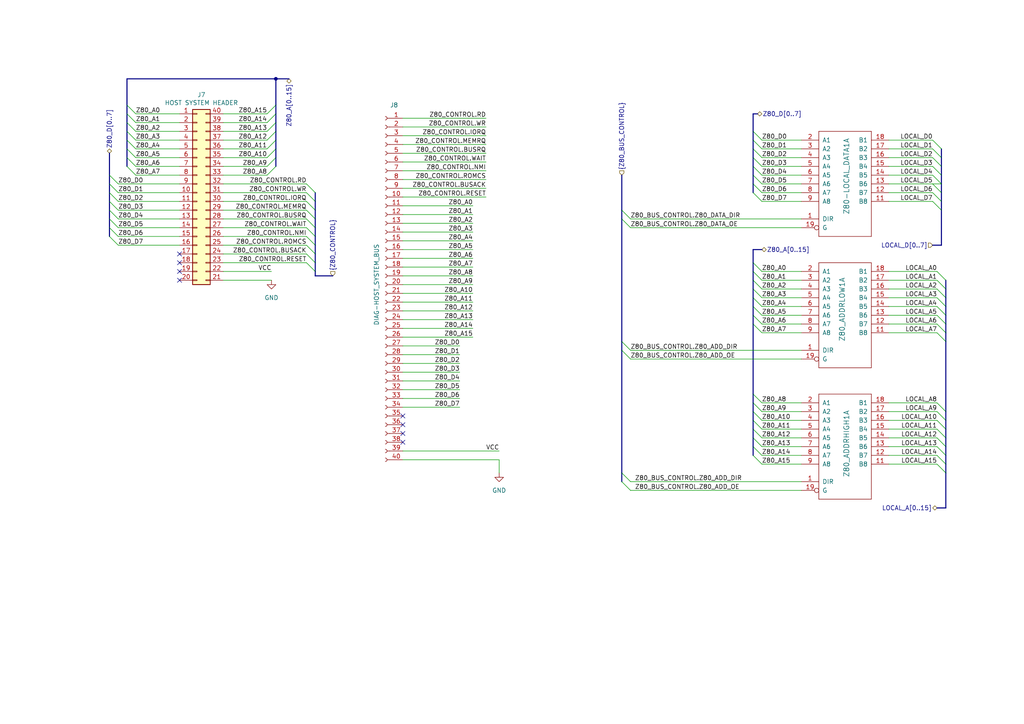
<source format=kicad_sch>
(kicad_sch (version 20230121) (generator eeschema)
  (paper "A4")
  (title_block (title "FujiNet Z80Bus reference design") (date "2023-05-13") (rev "0.1") (company "FujiNet"))
  (lib_symbols
    (symbol "Connector_Generic:Conn_02x20_Counter_Clockwise" (pin_names (offset 1.016) hide)
      (property "Reference" "J" (at 1.27 25.4 0))
      (property "Value" "Conn_02x20_Counter_Clockwise" (at 1.27 -27.94 0))
      (symbol "Conn_02x20_Counter_Clockwise_1_1"
        (rectangle (start -1.27 -25.273) (end 0 -25.527) (stroke (width 0.1524)))
        (rectangle (start -1.27 -22.733) (end 0 -22.987) (stroke (width 0.1524)))
        (rectangle (start -1.27 -20.193) (end 0 -20.447) (stroke (width 0.1524)))
        (rectangle (start -1.27 -17.653) (end 0 -17.907) (stroke (width 0.1524)))
        (rectangle (start -1.27 -15.113) (end 0 -15.367) (stroke (width 0.1524)))
        (rectangle (start -1.27 -12.573) (end 0 -12.827) (stroke (width 0.1524)))
        (rectangle (start -1.27 -10.033) (end 0 -10.287) (stroke (width 0.1524)))
        (rectangle (start -1.27 -7.493) (end 0 -7.747) (stroke (width 0.1524)))
        (rectangle (start -1.27 -4.953) (end 0 -5.207) (stroke (width 0.1524)))
        (rectangle (start -1.27 -2.413) (end 0 -2.667) (stroke (width 0.1524)))
        (rectangle (start -1.27 0.127) (end 0 -0.127) (stroke (width 0.1524)))
        (rectangle (start -1.27 2.667) (end 0 2.413) (stroke (width 0.1524)))
        (rectangle (start -1.27 5.207) (end 0 4.953) (stroke (width 0.1524)))
        (rectangle (start -1.27 7.747) (end 0 7.493) (stroke (width 0.1524)))
        (rectangle (start -1.27 10.287) (end 0 10.033) (stroke (width 0.1524)))
        (rectangle (start -1.27 12.827) (end 0 12.573) (stroke (width 0.1524)))
        (rectangle (start -1.27 15.367) (end 0 15.113) (stroke (width 0.1524)))
        (rectangle (start -1.27 17.907) (end 0 17.653) (stroke (width 0.1524)))
        (rectangle (start -1.27 20.447) (end 0 20.193) (stroke (width 0.1524)))
        (rectangle (start -1.27 22.987) (end 0 22.733) (stroke (width 0.1524)))
        (rectangle (start -1.27 24.13) (end 3.81 -26.67) (stroke (width 0.254)) (fill (type background)))
        (rectangle (start 3.81 -25.273) (end 2.54 -25.527) (stroke (width 0.1524)))
        (rectangle (start 3.81 -22.733) (end 2.54 -22.987) (stroke (width 0.1524)))
        (rectangle (start 3.81 -20.193) (end 2.54 -20.447) (stroke (width 0.1524)))
        (rectangle (start 3.81 -17.653) (end 2.54 -17.907) (stroke (width 0.1524)))
        (rectangle (start 3.81 -15.113) (end 2.54 -15.367) (stroke (width 0.1524)))
        (rectangle (start 3.81 -12.573) (end 2.54 -12.827) (stroke (width 0.1524)))
        (rectangle (start 3.81 -10.033) (end 2.54 -10.287) (stroke (width 0.1524)))
        (rectangle (start 3.81 -7.493) (end 2.54 -7.747) (stroke (width 0.1524)))
        (rectangle (start 3.81 -4.953) (end 2.54 -5.207) (stroke (width 0.1524)))
        (rectangle (start 3.81 -2.413) (end 2.54 -2.667) (stroke (width 0.1524)))
        (rectangle (start 3.81 0.127) (end 2.54 -0.127) (stroke (width 0.1524)))
        (rectangle (start 3.81 2.667) (end 2.54 2.413) (stroke (width 0.1524)))
        (rectangle (start 3.81 5.207) (end 2.54 4.953) (stroke (width 0.1524)))
        (rectangle (start 3.81 7.747) (end 2.54 7.493) (stroke (width 0.1524)))
        (rectangle (start 3.81 10.287) (end 2.54 10.033) (stroke (width 0.1524)))
        (rectangle (start 3.81 12.827) (end 2.54 12.573) (stroke (width 0.1524)))
        (rectangle (start 3.81 15.367) (end 2.54 15.113) (stroke (width 0.1524)))
        (rectangle (start 3.81 17.907) (end 2.54 17.653) (stroke (width 0.1524)))
        (rectangle (start 3.81 20.447) (end 2.54 20.193) (stroke (width 0.1524)))
        (rectangle (start 3.81 22.987) (end 2.54 22.733) (stroke (width 0.1524)))
        (pin passive line (at -5.08 22.86 0) (length 3.81) (name "Pin_1") (number "1"))
        (pin passive line (at -5.08 0 0) (length 3.81) (name "Pin_10") (number "10"))
        (pin passive line (at -5.08 -2.54 0) (length 3.81) (name "Pin_11") (number "11"))
        (pin passive line (at -5.08 -5.08 0) (length 3.81) (name "Pin_12") (number "12"))
        (pin passive line (at -5.08 -7.62 0) (length 3.81) (name "Pin_13") (number "13"))
        (pin passive line (at -5.08 -10.16 0) (length 3.81) (name "Pin_14") (number "14"))
        (pin passive line (at -5.08 -12.7 0) (length 3.81) (name "Pin_15") (number "15"))
        (pin passive line (at -5.08 -15.24 0) (length 3.81) (name "Pin_16") (number "16"))
        (pin passive line (at -5.08 -17.78 0) (length 3.81) (name "Pin_17") (number "17"))
        (pin passive line (at -5.08 -20.32 0) (length 3.81) (name "Pin_18") (number "18"))
        (pin passive line (at -5.08 -22.86 0) (length 3.81) (name "Pin_19") (number "19"))
        (pin passive line (at -5.08 20.32 0) (length 3.81) (name "Pin_2") (number "2"))
        (pin passive line (at -5.08 -25.4 0) (length 3.81) (name "Pin_20") (number "20"))
        (pin passive line (at 7.62 -25.4 180) (length 3.81) (name "Pin_21") (number "21"))
        (pin passive line (at 7.62 -22.86 180) (length 3.81) (name "Pin_22") (number "22"))
        (pin passive line (at 7.62 -20.32 180) (length 3.81) (name "Pin_23") (number "23"))
        (pin passive line (at 7.62 -17.78 180) (length 3.81) (name "Pin_24") (number "24"))
        (pin passive line (at 7.62 -15.24 180) (length 3.81) (name "Pin_25") (number "25"))
        (pin passive line (at 7.62 -12.7 180) (length 3.81) (name "Pin_26") (number "26"))
        (pin passive line (at 7.62 -10.16 180) (length 3.81) (name "Pin_27") (number "27"))
        (pin passive line (at 7.62 -7.62 180) (length 3.81) (name "Pin_28") (number "28"))
        (pin passive line (at 7.62 -5.08 180) (length 3.81) (name "Pin_29") (number "29"))
        (pin passive line (at -5.08 17.78 0) (length 3.81) (name "Pin_3") (number "3"))
        (pin passive line (at 7.62 -2.54 180) (length 3.81) (name "Pin_30") (number "30"))
        (pin passive line (at 7.62 0 180) (length 3.81) (name "Pin_31") (number "31"))
        (pin passive line (at 7.62 2.54 180) (length 3.81) (name "Pin_32") (number "32"))
        (pin passive line (at 7.62 5.08 180) (length 3.81) (name "Pin_33") (number "33"))
        (pin passive line (at 7.62 7.62 180) (length 3.81) (name "Pin_34") (number "34"))
        (pin passive line (at 7.62 10.16 180) (length 3.81) (name "Pin_35") (number "35"))
        (pin passive line (at 7.62 12.7 180) (length 3.81) (name "Pin_36") (number "36"))
        (pin passive line (at 7.62 15.24 180) (length 3.81) (name "Pin_37") (number "37"))
        (pin passive line (at 7.62 17.78 180) (length 3.81) (name "Pin_38") (number "38"))
        (pin passive line (at 7.62 20.32 180) (length 3.81) (name "Pin_39") (number "39"))
        (pin passive line (at -5.08 15.24 0) (length 3.81) (name "Pin_4") (number "4"))
        (pin passive line (at 7.62 22.86 180) (length 3.81) (name "Pin_40") (number "40"))
        (pin passive line (at -5.08 12.7 0) (length 3.81) (name "Pin_5") (number "5"))
        (pin passive line (at -5.08 10.16 0) (length 3.81) (name "Pin_6") (number "6"))
        (pin passive line (at -5.08 7.62 0) (length 3.81) (name "Pin_7") (number "7"))
        (pin passive line (at -5.08 5.08 0) (length 3.81) (name "Pin_8") (number "8"))
        (pin passive line (at -5.08 2.54 0) (length 3.81) (name "Pin_9") (number "9"))
      )
    )
    (symbol "FujiNet_Z80Bus_Reference-rescue:74245N-Z80Decoder-eagle-import" (pin_names (offset 1.016))
      (property "Reference" "IC" (at -0.635 -0.635 0))
      (symbol "74245N-Z80Decoder-eagle-import_1_0"
        (polyline (pts (xy -7.62 -15.24) (xy 7.62 -15.24)))
        (polyline (pts (xy -7.62 15.24) (xy -7.62 -15.24)))
        (polyline (pts (xy 7.62 -15.24) (xy 7.62 15.24)))
        (polyline (pts (xy 7.62 15.24) (xy -7.62 15.24)))
        (pin input line (at -12.7 -10.16 0) (length 5.08) (name "DIR") (number "1"))
        (pin bidirectional line (at 12.7 -5.08 180) (length 5.08) (name "B8") (number "11"))
        (pin bidirectional line (at 12.7 -2.54 180) (length 5.08) (name "B7") (number "12"))
        (pin bidirectional line (at 12.7 0 180) (length 5.08) (name "B6") (number "13"))
        (pin bidirectional line (at 12.7 2.54 180) (length 5.08) (name "B5") (number "14"))
        (pin bidirectional line (at 12.7 5.08 180) (length 5.08) (name "B4") (number "15"))
        (pin bidirectional line (at 12.7 7.62 180) (length 5.08) (name "B3") (number "16"))
        (pin bidirectional line (at 12.7 10.16 180) (length 5.08) (name "B2") (number "17"))
        (pin bidirectional line (at 12.7 12.7 180) (length 5.08) (name "B1") (number "18"))
        (pin input inverted (at -12.7 -12.7 0) (length 5.08) (name "G") (number "19"))
        (pin bidirectional line (at -12.7 12.7 0) (length 5.08) (name "A1") (number "2"))
        (pin bidirectional line (at -12.7 10.16 0) (length 5.08) (name "A2") (number "3"))
        (pin bidirectional line (at -12.7 7.62 0) (length 5.08) (name "A3") (number "4"))
        (pin bidirectional line (at -12.7 5.08 0) (length 5.08) (name "A4") (number "5"))
        (pin bidirectional line (at -12.7 2.54 0) (length 5.08) (name "A5") (number "6"))
        (pin bidirectional line (at -12.7 0 0) (length 5.08) (name "A6") (number "7"))
        (pin bidirectional line (at -12.7 -2.54 0) (length 5.08) (name "A7") (number "8"))
        (pin bidirectional line (at -12.7 -5.08 0) (length 5.08) (name "A8") (number "9"))
      )
      (symbol "74245N-Z80Decoder-eagle-import_2_0"
        (text "GND" (at 1.905 -5.842 900) (effects (font (size 1.0668 1.0668)) (justify left bottom)))
        (text "VCC" (at 1.905 2.54 900) (effects (font (size 1.0668 1.0668)) (justify left bottom)))
        (pin power_in line (at 0 -7.62 90) (length 5.08) (name "GND") (number "10"))
        (pin power_in line (at 0 7.62 270) (length 5.08) (name "VCC") (number "20"))
      )
    )
    (symbol "FujiNet_Z80Bus_Reference-rescue:Conn_01x40_Female-Connector" (pin_names (offset 1.016) hide)
      (property "Reference" "J" (at 0 50.8 0))
      (property "Value" "Connector_Conn_01x40_Female" (at 0 -53.34 0))
      (symbol "Conn_01x40_Female-Connector_1_1"
        (arc (start 0 -50.292) (mid -0.5058 -50.8) (end 0 -51.308) (stroke (width 0.1524)))
        (arc (start 0 -47.752) (mid -0.5058 -48.26) (end 0 -48.768) (stroke (width 0.1524)))
        (arc (start 0 -45.212) (mid -0.5058 -45.72) (end 0 -46.228) (stroke (width 0.1524)))
        (arc (start 0 -42.672) (mid -0.5058 -43.18) (end 0 -43.688) (stroke (width 0.1524)))
        (arc (start 0 -40.132) (mid -0.5058 -40.64) (end 0 -41.148) (stroke (width 0.1524)))
        (arc (start 0 -37.592) (mid -0.5058 -38.1) (end 0 -38.608) (stroke (width 0.1524)))
        (arc (start 0 -35.052) (mid -0.5058 -35.56) (end 0 -36.068) (stroke (width 0.1524)))
        (arc (start 0 -32.512) (mid -0.5058 -33.02) (end 0 -33.528) (stroke (width 0.1524)))
        (arc (start 0 -29.972) (mid -0.5058 -30.48) (end 0 -30.988) (stroke (width 0.1524)))
        (arc (start 0 -27.432) (mid -0.5058 -27.94) (end 0 -28.448) (stroke (width 0.1524)))
        (arc (start 0 -24.892) (mid -0.5058 -25.4) (end 0 -25.908) (stroke (width 0.1524)))
        (arc (start 0 -22.352) (mid -0.5058 -22.86) (end 0 -23.368) (stroke (width 0.1524)))
        (arc (start 0 -19.812) (mid -0.5058 -20.32) (end 0 -20.828) (stroke (width 0.1524)))
        (arc (start 0 -17.272) (mid -0.5058 -17.78) (end 0 -18.288) (stroke (width 0.1524)))
        (arc (start 0 -14.732) (mid -0.5058 -15.24) (end 0 -15.748) (stroke (width 0.1524)))
        (arc (start 0 -12.192) (mid -0.5058 -12.7) (end 0 -13.208) (stroke (width 0.1524)))
        (arc (start 0 -9.652) (mid -0.5058 -10.16) (end 0 -10.668) (stroke (width 0.1524)))
        (arc (start 0 -7.112) (mid -0.5058 -7.62) (end 0 -8.128) (stroke (width 0.1524)))
        (arc (start 0 -4.572) (mid -0.5058 -5.08) (end 0 -5.588) (stroke (width 0.1524)))
        (arc (start 0 -2.032) (mid -0.5058 -2.54) (end 0 -3.048) (stroke (width 0.1524)))
        (polyline (pts (xy -1.27 -50.8) (xy -0.508 -50.8)) (stroke (width 0.1524)))
        (polyline (pts (xy -1.27 -48.26) (xy -0.508 -48.26)) (stroke (width 0.1524)))
        (polyline (pts (xy -1.27 -45.72) (xy -0.508 -45.72)) (stroke (width 0.1524)))
        (polyline (pts (xy -1.27 -43.18) (xy -0.508 -43.18)) (stroke (width 0.1524)))
        (polyline (pts (xy -1.27 -40.64) (xy -0.508 -40.64)) (stroke (width 0.1524)))
        (polyline (pts (xy -1.27 -38.1) (xy -0.508 -38.1)) (stroke (width 0.1524)))
        (polyline (pts (xy -1.27 -35.56) (xy -0.508 -35.56)) (stroke (width 0.1524)))
        (polyline (pts (xy -1.27 -33.02) (xy -0.508 -33.02)) (stroke (width 0.1524)))
        (polyline (pts (xy -1.27 -30.48) (xy -0.508 -30.48)) (stroke (width 0.1524)))
        (polyline (pts (xy -1.27 -27.94) (xy -0.508 -27.94)) (stroke (width 0.1524)))
        (polyline (pts (xy -1.27 -25.4) (xy -0.508 -25.4)) (stroke (width 0.1524)))
        (polyline (pts (xy -1.27 -22.86) (xy -0.508 -22.86)) (stroke (width 0.1524)))
        (polyline (pts (xy -1.27 -20.32) (xy -0.508 -20.32)) (stroke (width 0.1524)))
        (polyline (pts (xy -1.27 -17.78) (xy -0.508 -17.78)) (stroke (width 0.1524)))
        (polyline (pts (xy -1.27 -15.24) (xy -0.508 -15.24)) (stroke (width 0.1524)))
        (polyline (pts (xy -1.27 -12.7) (xy -0.508 -12.7)) (stroke (width 0.1524)))
        (polyline (pts (xy -1.27 -10.16) (xy -0.508 -10.16)) (stroke (width 0.1524)))
        (polyline (pts (xy -1.27 -7.62) (xy -0.508 -7.62)) (stroke (width 0.1524)))
        (polyline (pts (xy -1.27 -5.08) (xy -0.508 -5.08)) (stroke (width 0.1524)))
        (polyline (pts (xy -1.27 -2.54) (xy -0.508 -2.54)) (stroke (width 0.1524)))
        (polyline (pts (xy -1.27 0) (xy -0.508 0)) (stroke (width 0.1524)))
        (polyline (pts (xy -1.27 2.54) (xy -0.508 2.54)) (stroke (width 0.1524)))
        (polyline (pts (xy -1.27 5.08) (xy -0.508 5.08)) (stroke (width 0.1524)))
        (polyline (pts (xy -1.27 7.62) (xy -0.508 7.62)) (stroke (width 0.1524)))
        (polyline (pts (xy -1.27 10.16) (xy -0.508 10.16)) (stroke (width 0.1524)))
        (polyline (pts (xy -1.27 12.7) (xy -0.508 12.7)) (stroke (width 0.1524)))
        (polyline (pts (xy -1.27 15.24) (xy -0.508 15.24)) (stroke (width 0.1524)))
        (polyline (pts (xy -1.27 17.78) (xy -0.508 17.78)) (stroke (width 0.1524)))
        (polyline (pts (xy -1.27 20.32) (xy -0.508 20.32)) (stroke (width 0.1524)))
        (polyline (pts (xy -1.27 22.86) (xy -0.508 22.86)) (stroke (width 0.1524)))
        (polyline (pts (xy -1.27 25.4) (xy -0.508 25.4)) (stroke (width 0.1524)))
        (polyline (pts (xy -1.27 27.94) (xy -0.508 27.94)) (stroke (width 0.1524)))
        (polyline (pts (xy -1.27 30.48) (xy -0.508 30.48)) (stroke (width 0.1524)))
        (polyline (pts (xy -1.27 33.02) (xy -0.508 33.02)) (stroke (width 0.1524)))
        (polyline (pts (xy -1.27 35.56) (xy -0.508 35.56)) (stroke (width 0.1524)))
        (polyline (pts (xy -1.27 38.1) (xy -0.508 38.1)) (stroke (width 0.1524)))
        (polyline (pts (xy -1.27 40.64) (xy -0.508 40.64)) (stroke (width 0.1524)))
        (polyline (pts (xy -1.27 43.18) (xy -0.508 43.18)) (stroke (width 0.1524)))
        (polyline (pts (xy -1.27 45.72) (xy -0.508 45.72)) (stroke (width 0.1524)))
        (polyline (pts (xy -1.27 48.26) (xy -0.508 48.26)) (stroke (width 0.1524)))
        (arc (start 0 0.508) (mid -0.5058 0) (end 0 -0.508) (stroke (width 0.1524)))
        (arc (start 0 3.048) (mid -0.5058 2.54) (end 0 2.032) (stroke (width 0.1524)))
        (arc (start 0 5.588) (mid -0.5058 5.08) (end 0 4.572) (stroke (width 0.1524)))
        (arc (start 0 8.128) (mid -0.5058 7.62) (end 0 7.112) (stroke (width 0.1524)))
        (arc (start 0 10.668) (mid -0.5058 10.16) (end 0 9.652) (stroke (width 0.1524)))
        (arc (start 0 13.208) (mid -0.5058 12.7) (end 0 12.192) (stroke (width 0.1524)))
        (arc (start 0 15.748) (mid -0.5058 15.24) (end 0 14.732) (stroke (width 0.1524)))
        (arc (start 0 18.288) (mid -0.5058 17.78) (end 0 17.272) (stroke (width 0.1524)))
        (arc (start 0 20.828) (mid -0.5058 20.32) (end 0 19.812) (stroke (width 0.1524)))
        (arc (start 0 23.368) (mid -0.5058 22.86) (end 0 22.352) (stroke (width 0.1524)))
        (arc (start 0 25.908) (mid -0.5058 25.4) (end 0 24.892) (stroke (width 0.1524)))
        (arc (start 0 28.448) (mid -0.5058 27.94) (end 0 27.432) (stroke (width 0.1524)))
        (arc (start 0 30.988) (mid -0.5058 30.48) (end 0 29.972) (stroke (width 0.1524)))
        (arc (start 0 33.528) (mid -0.5058 33.02) (end 0 32.512) (stroke (width 0.1524)))
        (arc (start 0 36.068) (mid -0.5058 35.56) (end 0 35.052) (stroke (width 0.1524)))
        (arc (start 0 38.608) (mid -0.5058 38.1) (end 0 37.592) (stroke (width 0.1524)))
        (arc (start 0 41.148) (mid -0.5058 40.64) (end 0 40.132) (stroke (width 0.1524)))
        (arc (start 0 43.688) (mid -0.5058 43.18) (end 0 42.672) (stroke (width 0.1524)))
        (arc (start 0 46.228) (mid -0.5058 45.72) (end 0 45.212) (stroke (width 0.1524)))
        (arc (start 0 48.768) (mid -0.5058 48.26) (end 0 47.752) (stroke (width 0.1524)))
        (pin passive line (at -5.08 48.26 0) (length 3.81) (name "Pin_1") (number "1"))
        (pin passive line (at -5.08 25.4 0) (length 3.81) (name "Pin_10") (number "10"))
        (pin passive line (at -5.08 22.86 0) (length 3.81) (name "Pin_11") (number "11"))
        (pin passive line (at -5.08 20.32 0) (length 3.81) (name "Pin_12") (number "12"))
        (pin passive line (at -5.08 17.78 0) (length 3.81) (name "Pin_13") (number "13"))
        (pin passive line (at -5.08 15.24 0) (length 3.81) (name "Pin_14") (number "14"))
        (pin passive line (at -5.08 12.7 0) (length 3.81) (name "Pin_15") (number "15"))
        (pin passive line (at -5.08 10.16 0) (length 3.81) (name "Pin_16") (number "16"))
        (pin passive line (at -5.08 7.62 0) (length 3.81) (name "Pin_17") (number "17"))
        (pin passive line (at -5.08 5.08 0) (length 3.81) (name "Pin_18") (number "18"))
        (pin passive line (at -5.08 2.54 0) (length 3.81) (name "Pin_19") (number "19"))
        (pin passive line (at -5.08 45.72 0) (length 3.81) (name "Pin_2") (number "2"))
        (pin passive line (at -5.08 0 0) (length 3.81) (name "Pin_20") (number "20"))
        (pin passive line (at -5.08 -2.54 0) (length 3.81) (name "Pin_21") (number "21"))
        (pin passive line (at -5.08 -5.08 0) (length 3.81) (name "Pin_22") (number "22"))
        (pin passive line (at -5.08 -7.62 0) (length 3.81) (name "Pin_23") (number "23"))
        (pin passive line (at -5.08 -10.16 0) (length 3.81) (name "Pin_24") (number "24"))
        (pin passive line (at -5.08 -12.7 0) (length 3.81) (name "Pin_25") (number "25"))
        (pin passive line (at -5.08 -15.24 0) (length 3.81) (name "Pin_26") (number "26"))
        (pin passive line (at -5.08 -17.78 0) (length 3.81) (name "Pin_27") (number "27"))
        (pin passive line (at -5.08 -20.32 0) (length 3.81) (name "Pin_28") (number "28"))
        (pin passive line (at -5.08 -22.86 0) (length 3.81) (name "Pin_29") (number "29"))
        (pin passive line (at -5.08 43.18 0) (length 3.81) (name "Pin_3") (number "3"))
        (pin passive line (at -5.08 -25.4 0) (length 3.81) (name "Pin_30") (number "30"))
        (pin passive line (at -5.08 -27.94 0) (length 3.81) (name "Pin_31") (number "31"))
        (pin passive line (at -5.08 -30.48 0) (length 3.81) (name "Pin_32") (number "32"))
        (pin passive line (at -5.08 -33.02 0) (length 3.81) (name "Pin_33") (number "33"))
        (pin passive line (at -5.08 -35.56 0) (length 3.81) (name "Pin_34") (number "34"))
        (pin passive line (at -5.08 -38.1 0) (length 3.81) (name "Pin_35") (number "35"))
        (pin passive line (at -5.08 -40.64 0) (length 3.81) (name "Pin_36") (number "36"))
        (pin passive line (at -5.08 -43.18 0) (length 3.81) (name "Pin_37") (number "37"))
        (pin passive line (at -5.08 -45.72 0) (length 3.81) (name "Pin_38") (number "38"))
        (pin passive line (at -5.08 -48.26 0) (length 3.81) (name "Pin_39") (number "39"))
        (pin passive line (at -5.08 40.64 0) (length 3.81) (name "Pin_4") (number "4"))
        (pin passive line (at -5.08 -50.8 0) (length 3.81) (name "Pin_40") (number "40"))
        (pin passive line (at -5.08 38.1 0) (length 3.81) (name "Pin_5") (number "5"))
        (pin passive line (at -5.08 35.56 0) (length 3.81) (name "Pin_6") (number "6"))
        (pin passive line (at -5.08 33.02 0) (length 3.81) (name "Pin_7") (number "7"))
        (pin passive line (at -5.08 30.48 0) (length 3.81) (name "Pin_8") (number "8"))
        (pin passive line (at -5.08 27.94 0) (length 3.81) (name "Pin_9") (number "9"))
      )
    )
    (symbol "power:GND" (power) (pin_names (offset 0))
      (property "Value" "GND" (at 0 -3.81 0))
      (symbol "GND_0_1"
        (polyline (pts (xy 0 0) (xy 0 -1.27) (xy 1.27 -1.27) (xy 0 -2.54) (xy -1.27 -1.27) (xy 0 -1.27)))
      )
      (symbol "GND_1_1"
        (pin power_in line (at 0 0 270) (length 0) hide (name "GND") (number "1"))
      )
    )
  )
  (bus_alias "Z80_BUS_CONTROL" (members "Z80_BUS_CONTROL.Z80_DATA_DIR" "Z80_BUS_CONTROL.Z80_DATA_OE" "Z80_BUS_CONTROL.Z80_ADD_DIR" "Z80_BUS_CONTROL.Z80_ADD_OE"))
  (junction (at 80.01 22.86))
  (no_connect (at 116.84 120.65))
  (no_connect (at 52.07 78.74))
  (no_connect (at 116.84 128.27))
  (no_connect (at 52.07 73.66))
  (no_connect (at 116.84 123.19))
  (no_connect (at 52.07 76.2))
  (no_connect (at 116.84 125.73))
  (no_connect (at 52.07 81.28))
  (bus_entry (at 270.51 45.72) (size 2.54 2.54))
  (bus_entry (at 271.78 88.9) (size 2.54 2.54))
  (bus_entry (at 31.75 53.34) (size 2.54 2.54))
  (bus_entry (at 80.01 40.64) (size -2.54 2.54))
  (bus_entry (at 80.01 35.56) (size -2.54 2.54))
  (bus_entry (at 88.9 66.04) (size 2.54 2.54))
  (bus_entry (at 218.44 43.18) (size 2.54 2.54))
  (bus_entry (at 218.44 91.44) (size 2.54 2.54))
  (bus_entry (at 270.51 40.64) (size 2.54 2.54))
  (bus_entry (at 88.9 55.88) (size 2.54 2.54))
  (bus_entry (at 218.44 40.64) (size 2.54 2.54))
  (bus_entry (at 31.75 58.42) (size 2.54 2.54))
  (bus_entry (at 271.78 86.36) (size 2.54 2.54))
  (bus_entry (at 36.83 38.1) (size 2.54 2.54))
  (bus_entry (at 271.78 83.82) (size 2.54 2.54))
  (bus_entry (at 80.01 30.48) (size -2.54 2.54))
  (bus_entry (at 36.83 30.48) (size 2.54 2.54))
  (bus_entry (at 180.34 101.6) (size 2.54 2.54))
  (bus_entry (at 88.9 68.58) (size 2.54 2.54))
  (bus_entry (at 34.29 66.04) (size -2.54 -2.54))
  (bus_entry (at 218.44 93.98) (size 2.54 2.54))
  (bus_entry (at 180.34 139.7) (size 2.54 2.54))
  (bus_entry (at 218.44 81.28) (size 2.54 2.54))
  (bus_entry (at 80.01 38.1) (size -2.54 2.54))
  (bus_entry (at 271.78 78.74) (size 2.54 2.54))
  (bus_entry (at 80.01 43.18) (size -2.54 2.54))
  (bus_entry (at 270.51 48.26) (size 2.54 2.54))
  (bus_entry (at 271.78 91.44) (size 2.54 2.54))
  (bus_entry (at 271.78 96.52) (size 2.54 2.54))
  (bus_entry (at 271.78 129.54) (size 2.54 2.54))
  (bus_entry (at 271.78 93.98) (size 2.54 2.54))
  (bus_entry (at 218.44 55.88) (size 2.54 2.54))
  (bus_entry (at 88.9 63.5) (size 2.54 2.54))
  (bus_entry (at 218.44 83.82) (size 2.54 2.54))
  (bus_entry (at 218.44 119.38) (size 2.54 2.54))
  (bus_entry (at 271.78 81.28) (size 2.54 2.54))
  (bus_entry (at 270.51 50.8) (size 2.54 2.54))
  (bus_entry (at 88.9 76.2) (size 2.54 2.54))
  (bus_entry (at 270.51 43.18) (size 2.54 2.54))
  (bus_entry (at 270.51 53.34) (size 2.54 2.54))
  (bus_entry (at 271.78 134.62) (size 2.54 2.54))
  (bus_entry (at 36.83 33.02) (size 2.54 2.54))
  (bus_entry (at 36.83 43.18) (size 2.54 2.54))
  (bus_entry (at 218.44 127) (size 2.54 2.54))
  (bus_entry (at 218.44 132.08) (size 2.54 2.54))
  (bus_entry (at 271.78 132.08) (size 2.54 2.54))
  (bus_entry (at 31.75 68.58) (size 2.54 2.54))
  (bus_entry (at 88.9 71.12) (size 2.54 2.54))
  (bus_entry (at 218.44 88.9) (size 2.54 2.54))
  (bus_entry (at 270.51 58.42) (size 2.54 2.54))
  (bus_entry (at 88.9 60.96) (size 2.54 2.54))
  (bus_entry (at 218.44 86.36) (size 2.54 2.54))
  (bus_entry (at 218.44 48.26) (size 2.54 2.54))
  (bus_entry (at 218.44 116.84) (size 2.54 2.54))
  (bus_entry (at 31.75 66.04) (size 2.54 2.54))
  (bus_entry (at 36.83 35.56) (size 2.54 2.54))
  (bus_entry (at 218.44 50.8) (size 2.54 2.54))
  (bus_entry (at 180.34 63.5) (size 2.54 2.54))
  (bus_entry (at 218.44 76.2) (size 2.54 2.54))
  (bus_entry (at 271.78 119.38) (size 2.54 2.54))
  (bus_entry (at 180.34 99.06) (size 2.54 2.54))
  (bus_entry (at 34.29 53.34) (size -2.54 -2.54))
  (bus_entry (at 271.78 127) (size 2.54 2.54))
  (bus_entry (at 88.9 53.34) (size 2.54 2.54))
  (bus_entry (at 271.78 121.92) (size 2.54 2.54))
  (bus_entry (at 270.51 55.88) (size 2.54 2.54))
  (bus_entry (at 80.01 45.72) (size -2.54 2.54))
  (bus_entry (at 218.44 121.92) (size 2.54 2.54))
  (bus_entry (at 218.44 45.72) (size 2.54 2.54))
  (bus_entry (at 80.01 48.26) (size -2.54 2.54))
  (bus_entry (at 180.34 60.96) (size 2.54 2.54))
  (bus_entry (at 80.01 33.02) (size -2.54 2.54))
  (bus_entry (at 218.44 129.54) (size 2.54 2.54))
  (bus_entry (at 36.83 48.26) (size 2.54 2.54))
  (bus_entry (at 218.44 38.1) (size 2.54 2.54))
  (bus_entry (at 218.44 53.34) (size 2.54 2.54))
  (bus_entry (at 36.83 45.72) (size 2.54 2.54))
  (bus_entry (at 36.83 40.64) (size 2.54 2.54))
  (bus_entry (at 180.34 137.16) (size 2.54 2.54))
  (bus_entry (at 218.44 124.46) (size 2.54 2.54))
  (bus_entry (at 88.9 73.66) (size 2.54 2.54))
  (bus_entry (at 34.29 63.5) (size -2.54 -2.54))
  (bus_entry (at 218.44 114.3) (size 2.54 2.54))
  (bus_entry (at 34.29 58.42) (size -2.54 -2.54))
  (bus_entry (at 271.78 116.84) (size 2.54 2.54))
  (bus_entry (at 88.9 58.42) (size 2.54 2.54))
  (bus_entry (at 271.78 124.46) (size 2.54 2.54))
  (bus_entry (at 218.44 78.74) (size 2.54 2.54))
  (wire (pts (xy 116.84 52.07) (xy 140.97 52.07)))
  (wire (pts (xy 257.81 91.44) (xy 271.78 91.44)))
  (wire (pts (xy 116.84 69.85) (xy 137.16 69.85)))
  (wire (pts (xy 116.84 105.41) (xy 133.35 105.41)))
  (bus (pts (xy 273.05 45.72) (xy 273.05 48.26)))
  (bus (pts (xy 218.44 76.2) (xy 218.44 78.74)))
  (bus (pts (xy 80.01 30.48) (xy 80.01 33.02)))
  (wire (pts (xy 257.81 58.42) (xy 270.51 58.42)))
  (bus (pts (xy 91.44 58.42) (xy 91.44 60.96)))
  (wire (pts (xy 257.81 121.92) (xy 271.78 121.92)))
  (bus (pts (xy 180.34 50.8) (xy 180.34 60.96)))
  (wire (pts (xy 88.9 55.88) (xy 64.77 55.88)))
  (wire (pts (xy 116.84 118.11) (xy 133.35 118.11)))
  (wire (pts (xy 232.41 43.18) (xy 220.98 43.18)))
  (wire (pts (xy 39.37 35.56) (xy 52.07 35.56)))
  (wire (pts (xy 232.41 45.72) (xy 220.98 45.72)))
  (bus (pts (xy 180.34 99.06) (xy 180.34 101.6)))
  (wire (pts (xy 257.81 129.54) (xy 271.78 129.54)))
  (wire (pts (xy 116.84 54.61) (xy 140.97 54.61)))
  (wire (pts (xy 182.88 104.14) (xy 232.41 104.14)))
  (wire (pts (xy 88.9 63.5) (xy 64.77 63.5)))
  (wire (pts (xy 116.84 92.71) (xy 137.16 92.71)))
  (wire (pts (xy 257.81 116.84) (xy 271.78 116.84)))
  (bus (pts (xy 274.32 96.52) (xy 274.32 99.06)))
  (bus (pts (xy 273.05 60.96) (xy 273.05 71.12)))
  (bus (pts (xy 91.44 68.58) (xy 91.44 71.12)))
  (wire (pts (xy 232.41 78.74) (xy 220.98 78.74)))
  (bus (pts (xy 218.44 43.18) (xy 218.44 45.72)))
  (wire (pts (xy 78.74 78.74) (xy 64.77 78.74)))
  (wire (pts (xy 52.07 43.18) (xy 39.37 43.18)))
  (bus (pts (xy 31.75 50.8) (xy 31.75 53.34)))
  (bus (pts (xy 274.32 83.82) (xy 274.32 86.36)))
  (wire (pts (xy 232.41 129.54) (xy 220.98 129.54)))
  (bus (pts (xy 274.32 147.32) (xy 271.78 147.32)))
  (bus (pts (xy 91.44 60.96) (xy 91.44 63.5)))
  (wire (pts (xy 257.81 127) (xy 271.78 127)))
  (bus (pts (xy 31.75 66.04) (xy 31.75 68.58)))
  (bus (pts (xy 180.34 137.16) (xy 180.34 139.7)))
  (bus (pts (xy 218.44 88.9) (xy 218.44 91.44)))
  (bus (pts (xy 218.44 129.54) (xy 218.44 132.08)))
  (wire (pts (xy 116.84 107.95) (xy 133.35 107.95)))
  (wire (pts (xy 232.41 127) (xy 220.98 127)))
  (wire (pts (xy 52.07 50.8) (xy 39.37 50.8)))
  (wire (pts (xy 116.84 87.63) (xy 137.16 87.63)))
  (wire (pts (xy 116.84 62.23) (xy 137.16 62.23)))
  (bus (pts (xy 36.83 40.64) (xy 36.83 43.18)))
  (bus (pts (xy 36.83 38.1) (xy 36.83 40.64)))
  (wire (pts (xy 78.74 81.28) (xy 64.77 81.28)))
  (bus (pts (xy 80.01 43.18) (xy 80.01 45.72)))
  (bus (pts (xy 36.83 43.18) (xy 36.83 45.72)))
  (bus (pts (xy 80.01 22.86) (xy 80.01 30.48)))
  (bus (pts (xy 31.75 60.96) (xy 31.75 63.5)))
  (bus (pts (xy 274.32 121.92) (xy 274.32 124.46)))
  (bus (pts (xy 273.05 58.42) (xy 273.05 60.96)))
  (bus (pts (xy 274.32 134.62) (xy 274.32 137.16)))
  (wire (pts (xy 116.84 113.03) (xy 133.35 113.03)))
  (bus (pts (xy 36.83 33.02) (xy 36.83 35.56)))
  (wire (pts (xy 88.9 76.2) (xy 64.77 76.2)))
  (bus (pts (xy 91.44 78.74) (xy 91.44 80.01)))
  (wire (pts (xy 64.77 33.02) (xy 77.47 33.02)))
  (wire (pts (xy 257.81 124.46) (xy 271.78 124.46)))
  (bus (pts (xy 180.34 63.5) (xy 180.34 99.06)))
  (wire (pts (xy 257.81 86.36) (xy 271.78 86.36)))
  (bus (pts (xy 36.83 30.48) (xy 36.83 33.02)))
  (wire (pts (xy 257.81 93.98) (xy 271.78 93.98)))
  (bus (pts (xy 180.34 101.6) (xy 180.34 137.16)))
  (bus (pts (xy 218.44 127) (xy 218.44 129.54)))
  (wire (pts (xy 257.81 53.34) (xy 270.51 53.34)))
  (wire (pts (xy 116.84 133.35) (xy 144.78 133.35)))
  (bus (pts (xy 180.34 60.96) (xy 180.34 63.5)))
  (wire (pts (xy 232.41 132.08) (xy 220.98 132.08)))
  (bus (pts (xy 274.32 127) (xy 274.32 129.54)))
  (wire (pts (xy 52.07 71.12) (xy 34.29 71.12)))
  (wire (pts (xy 77.47 40.64) (xy 64.77 40.64)))
  (bus (pts (xy 80.01 38.1) (xy 80.01 40.64)))
  (wire (pts (xy 88.9 73.66) (xy 64.77 73.66)))
  (wire (pts (xy 232.41 66.04) (xy 182.88 66.04)))
  (wire (pts (xy 116.84 39.37) (xy 140.97 39.37)))
  (wire (pts (xy 232.41 121.92) (xy 220.98 121.92)))
  (wire (pts (xy 144.78 133.35) (xy 144.78 137.16)))
  (wire (pts (xy 182.88 142.24) (xy 232.41 142.24)))
  (bus (pts (xy 274.32 99.06) (xy 274.32 119.38)))
  (bus (pts (xy 91.44 55.88) (xy 91.44 58.42)))
  (bus (pts (xy 218.44 93.98) (xy 218.44 114.3)))
  (bus (pts (xy 218.44 119.38) (xy 218.44 121.92)))
  (wire (pts (xy 116.84 41.91) (xy 140.97 41.91)))
  (wire (pts (xy 116.84 115.57) (xy 133.35 115.57)))
  (bus (pts (xy 218.44 72.39) (xy 218.44 76.2)))
  (wire (pts (xy 116.84 82.55) (xy 137.16 82.55)))
  (bus (pts (xy 36.83 22.86) (xy 80.01 22.86)))
  (wire (pts (xy 52.07 53.34) (xy 34.29 53.34)))
  (wire (pts (xy 257.81 48.26) (xy 270.51 48.26)))
  (wire (pts (xy 257.81 88.9) (xy 271.78 88.9)))
  (wire (pts (xy 39.37 48.26) (xy 52.07 48.26)))
  (wire (pts (xy 232.41 86.36) (xy 220.98 86.36)))
  (bus (pts (xy 31.75 53.34) (xy 31.75 55.88)))
  (wire (pts (xy 232.41 93.98) (xy 220.98 93.98)))
  (wire (pts (xy 116.84 74.93) (xy 137.16 74.93)))
  (bus (pts (xy 273.05 50.8) (xy 273.05 53.34)))
  (wire (pts (xy 232.41 53.34) (xy 220.98 53.34)))
  (wire (pts (xy 182.88 101.6) (xy 232.41 101.6)))
  (wire (pts (xy 232.41 91.44) (xy 220.98 91.44)))
  (wire (pts (xy 52.07 58.42) (xy 34.29 58.42)))
  (bus (pts (xy 274.32 129.54) (xy 274.32 132.08)))
  (wire (pts (xy 88.9 71.12) (xy 64.77 71.12)))
  (wire (pts (xy 39.37 45.72) (xy 52.07 45.72)))
  (bus (pts (xy 218.44 40.64) (xy 218.44 43.18)))
  (bus (pts (xy 218.44 50.8) (xy 218.44 53.34)))
  (wire (pts (xy 257.81 96.52) (xy 271.78 96.52)))
  (bus (pts (xy 274.32 91.44) (xy 274.32 93.98)))
  (bus (pts (xy 31.75 44.45) (xy 31.75 50.8)))
  (wire (pts (xy 232.41 40.64) (xy 220.98 40.64)))
  (bus (pts (xy 91.44 63.5) (xy 91.44 66.04)))
  (wire (pts (xy 232.41 124.46) (xy 220.98 124.46)))
  (bus (pts (xy 218.44 81.28) (xy 218.44 83.82)))
  (bus (pts (xy 273.05 48.26) (xy 273.05 50.8)))
  (wire (pts (xy 232.41 50.8) (xy 220.98 50.8)))
  (wire (pts (xy 232.41 58.42) (xy 220.98 58.42)))
  (wire (pts (xy 257.81 78.74) (xy 271.78 78.74)))
  (wire (pts (xy 232.41 81.28) (xy 220.98 81.28)))
  (wire (pts (xy 52.07 68.58) (xy 34.29 68.58)))
  (bus (pts (xy 36.83 45.72) (xy 36.83 48.26)))
  (bus (pts (xy 36.83 22.86) (xy 36.83 30.48)))
  (bus (pts (xy 274.32 147.32) (xy 274.32 137.16)))
  (wire (pts (xy 257.81 43.18) (xy 270.51 43.18)))
  (bus (pts (xy 274.32 93.98) (xy 274.32 96.52)))
  (wire (pts (xy 116.84 64.77) (xy 137.16 64.77)))
  (wire (pts (xy 116.84 130.81) (xy 144.78 130.81)))
  (wire (pts (xy 232.41 48.26) (xy 220.98 48.26)))
  (bus (pts (xy 273.05 55.88) (xy 273.05 58.42)))
  (bus (pts (xy 91.44 73.66) (xy 91.44 76.2)))
  (wire (pts (xy 116.84 34.29) (xy 140.97 34.29)))
  (bus (pts (xy 218.44 78.74) (xy 218.44 81.28)))
  (wire (pts (xy 39.37 33.02) (xy 52.07 33.02)))
  (bus (pts (xy 274.32 81.28) (xy 274.32 83.82)))
  (bus (pts (xy 91.44 80.01) (xy 96.52 80.01)))
  (wire (pts (xy 232.41 88.9) (xy 220.98 88.9)))
  (wire (pts (xy 257.81 81.28) (xy 271.78 81.28)))
  (bus (pts (xy 273.05 43.18) (xy 273.05 45.72)))
  (wire (pts (xy 64.77 38.1) (xy 77.47 38.1)))
  (bus (pts (xy 80.01 45.72) (xy 80.01 48.26)))
  (wire (pts (xy 116.84 102.87) (xy 133.35 102.87)))
  (wire (pts (xy 232.41 55.88) (xy 220.98 55.88)))
  (wire (pts (xy 257.81 40.64) (xy 270.51 40.64)))
  (bus (pts (xy 218.44 45.72) (xy 218.44 48.26)))
  (bus (pts (xy 274.32 86.36) (xy 274.32 88.9)))
  (wire (pts (xy 116.84 46.99) (xy 140.97 46.99)))
  (bus (pts (xy 91.44 71.12) (xy 91.44 73.66)))
  (wire (pts (xy 116.84 85.09) (xy 137.16 85.09)))
  (wire (pts (xy 116.84 36.83) (xy 140.97 36.83)))
  (wire (pts (xy 232.41 96.52) (xy 220.98 96.52)))
  (bus (pts (xy 218.44 116.84) (xy 218.44 119.38)))
  (wire (pts (xy 232.41 83.82) (xy 220.98 83.82)))
  (wire (pts (xy 116.84 95.25) (xy 137.16 95.25)))
  (wire (pts (xy 88.9 66.04) (xy 64.77 66.04)))
  (wire (pts (xy 116.84 110.49) (xy 133.35 110.49)))
  (bus (pts (xy 80.01 40.64) (xy 80.01 43.18)))
  (wire (pts (xy 116.84 80.01) (xy 137.16 80.01)))
  (wire (pts (xy 116.84 67.31) (xy 137.16 67.31)))
  (wire (pts (xy 257.81 119.38) (xy 271.78 119.38)))
  (wire (pts (xy 116.84 77.47) (xy 137.16 77.47)))
  (wire (pts (xy 232.41 134.62) (xy 220.98 134.62)))
  (wire (pts (xy 257.81 132.08) (xy 271.78 132.08)))
  (bus (pts (xy 218.44 121.92) (xy 218.44 124.46)))
  (bus (pts (xy 218.44 33.02) (xy 218.44 38.1)))
  (wire (pts (xy 39.37 38.1) (xy 52.07 38.1)))
  (wire (pts (xy 52.07 55.88) (xy 34.29 55.88)))
  (bus (pts (xy 218.44 91.44) (xy 218.44 93.98)))
  (wire (pts (xy 232.41 119.38) (xy 220.98 119.38)))
  (wire (pts (xy 116.84 100.33) (xy 133.35 100.33)))
  (wire (pts (xy 64.77 43.18) (xy 77.47 43.18)))
  (wire (pts (xy 88.9 68.58) (xy 64.77 68.58)))
  (wire (pts (xy 52.07 63.5) (xy 34.29 63.5)))
  (bus (pts (xy 91.44 76.2) (xy 91.44 78.74)))
  (wire (pts (xy 88.9 53.34) (xy 64.77 53.34)))
  (wire (pts (xy 116.84 59.69) (xy 137.16 59.69)))
  (bus (pts (xy 91.44 66.04) (xy 91.44 68.58)))
  (wire (pts (xy 270.51 53.34) (xy 273.05 53.34)))
  (wire (pts (xy 116.84 57.15) (xy 140.97 57.15)))
  (bus (pts (xy 220.98 72.39) (xy 218.44 72.39)))
  (bus (pts (xy 31.75 58.42) (xy 31.75 60.96)))
  (wire (pts (xy 232.41 63.5) (xy 182.88 63.5)))
  (bus (pts (xy 270.51 71.12) (xy 273.05 71.12)))
  (bus (pts (xy 218.44 53.34) (xy 218.44 55.88)))
  (wire (pts (xy 52.07 60.96) (xy 34.29 60.96)))
  (wire (pts (xy 116.84 49.53) (xy 140.97 49.53)))
  (bus (pts (xy 219.71 33.02) (xy 218.44 33.02)))
  (wire (pts (xy 77.47 35.56) (xy 64.77 35.56)))
  (wire (pts (xy 257.81 134.62) (xy 271.78 134.62)))
  (bus (pts (xy 218.44 83.82) (xy 218.44 86.36)))
  (bus (pts (xy 274.32 124.46) (xy 274.32 127)))
  (bus (pts (xy 274.32 88.9) (xy 274.32 91.44)))
  (wire (pts (xy 257.81 50.8) (xy 270.51 50.8)))
  (wire (pts (xy 116.84 90.17) (xy 137.16 90.17)))
  (bus (pts (xy 36.83 35.56) (xy 36.83 38.1)))
  (bus (pts (xy 83.82 22.86) (xy 80.01 22.86)))
  (bus (pts (xy 273.05 53.34) (xy 273.05 55.88)))
  (bus (pts (xy 31.75 55.88) (xy 31.75 58.42)))
  (wire (pts (xy 88.9 60.96) (xy 64.77 60.96)))
  (wire (pts (xy 232.41 116.84) (xy 220.98 116.84)))
  (wire (pts (xy 88.9 58.42) (xy 64.77 58.42)))
  (bus (pts (xy 274.32 132.08) (xy 274.32 134.62)))
  (wire (pts (xy 182.88 139.7) (xy 232.41 139.7)))
  (wire (pts (xy 257.81 45.72) (xy 270.51 45.72)))
  (wire (pts (xy 116.84 44.45) (xy 140.97 44.45)))
  (wire (pts (xy 52.07 66.04) (xy 34.29 66.04)))
  (bus (pts (xy 218.44 124.46) (xy 218.44 127)))
  (bus (pts (xy 274.32 119.38) (xy 274.32 121.92)))
  (wire (pts (xy 77.47 50.8) (xy 64.77 50.8)))
  (wire (pts (xy 116.84 72.39) (xy 137.16 72.39)))
  (wire (pts (xy 257.81 55.88) (xy 270.51 55.88)))
  (bus (pts (xy 218.44 114.3) (xy 218.44 116.84)))
  (bus (pts (xy 218.44 48.26) (xy 218.44 50.8)))
  (bus (pts (xy 80.01 33.02) (xy 80.01 35.56)))
  (wire (pts (xy 64.77 48.26) (xy 77.47 48.26)))
  (wire (pts (xy 116.84 97.79) (xy 137.16 97.79)))
  (bus (pts (xy 218.44 86.36) (xy 218.44 88.9)))
  (bus (pts (xy 31.75 63.5) (xy 31.75 66.04)))
  (bus (pts (xy 80.01 35.56) (xy 80.01 38.1)))
  (wire (pts (xy 257.81 83.82) (xy 271.78 83.82)))
  (wire (pts (xy 77.47 45.72) (xy 64.77 45.72)))
  (bus (pts (xy 218.44 38.1) (xy 218.44 40.64)))
  (wire (pts (xy 39.37 40.64) (xy 52.07 40.64)))
  (label "LOCAL_A3" (at 271.78 86.36 180))
  (label "Z80_D0" (at 133.35 100.33 180))
  (label "Z80_A12" (at 137.16 90.17 180))
  (label "LOCAL_A6" (at 271.78 93.98 180))
  (label "LOCAL_A0" (at 271.78 78.74 180))
  (label "Z80_D3" (at 34.29 60.96 0))
  (label "Z80_CONTROL.ROMCS" (at 140.97 52.07 180))
  (label "Z80_D2" (at 220.98 45.72 0))
  (label "Z80_A0" (at 137.16 59.69 180))
  (label "Z80_D3" (at 220.98 48.26 0))
  (label "LOCAL_A8" (at 271.78 116.84 180))
  (label "Z80_A0" (at 39.37 33.02 0))
  (label "Z80_D2" (at 133.35 105.41 180))
  (label "Z80_A7" (at 220.98 96.52 0))
  (label "LOCAL_A12" (at 271.78 127 180))
  (label "LOCAL_A15" (at 271.78 134.62 180))
  (label "Z80_A9" (at 137.16 82.55 180))
  (label "Z80_D0" (at 34.29 53.34 0))
  (label "Z80_A12" (at 77.47 40.64 180))
  (label "LOCAL_D0" (at 270.51 40.64 180))
  (label "Z80_D5" (at 133.35 113.03 180))
  (label "Z80_D6" (at 133.35 115.57 180))
  (label "Z80_A9" (at 220.98 119.38 0))
  (label "Z80_D7" (at 220.98 58.42 0))
  (label "Z80_A0" (at 220.98 78.74 0))
  (label "Z80_A4" (at 39.37 43.18 0))
  (label "LOCAL_D3" (at 270.51 48.26 180))
  (label "Z80_A2" (at 220.98 83.82 0))
  (label "Z80_A11" (at 137.16 87.63 180))
  (label "Z80_A4" (at 137.16 69.85 180))
  (label "VCC" (at 144.78 130.81 180))
  (label "LOCAL_A1" (at 271.78 81.28 180))
  (label "Z80_A2" (at 137.16 64.77 180))
  (label "Z80_CONTROL.WR" (at 88.9 55.88 180))
  (label "Z80_D0" (at 220.98 40.64 0))
  (label "LOCAL_A5" (at 271.78 91.44 180))
  (label "Z80_CONTROL.IORQ" (at 88.9 58.42 180))
  (label "Z80_A13" (at 137.16 92.71 180))
  (label "Z80_A6" (at 220.98 93.98 0))
  (label "Z80_BUS_CONTROL.Z80_ADD_DIR" (at 184.15 139.7 0))
  (label "Z80_A1" (at 137.16 62.23 180))
  (label "Z80_CONTROL.NMI" (at 88.9 68.58 180))
  (label "Z80_A7" (at 137.16 77.47 180))
  (label "LOCAL_D7" (at 270.51 58.42 180))
  (label "Z80_D4" (at 133.35 110.49 180))
  (label "Z80_BUS_CONTROL.Z80_ADD_DIR" (at 182.88 101.6 0))
  (label "Z80_D1" (at 34.29 55.88 0))
  (label "Z80_A3" (at 137.16 67.31 180))
  (label "Z80_A5" (at 220.98 91.44 0))
  (label "LOCAL_D2" (at 270.51 45.72 180))
  (label "Z80_D5" (at 220.98 53.34 0))
  (label "Z80_A14" (at 77.47 35.56 180))
  (label "Z80_A13" (at 77.47 38.1 180))
  (label "Z80_CONTROL.IORQ" (at 140.97 39.37 180))
  (label "Z80_A10" (at 137.16 85.09 180))
  (label "LOCAL_D1" (at 270.51 43.18 180))
  (label "Z80_CONTROL.RD" (at 88.9 53.34 180))
  (label "Z80_CONTROL.BUSACK" (at 88.9 73.66 180))
  (label "Z80_CONTROL.BUSACK" (at 140.97 54.61 180))
  (label "Z80_D3" (at 133.35 107.95 180))
  (label "VCC" (at 78.74 78.74 180))
  (label "Z80_CONTROL.RESET" (at 140.97 57.15 180))
  (label "Z80_A8" (at 137.16 80.01 180))
  (label "Z80_BUS_CONTROL.Z80_ADD_OE" (at 184.15 142.24 0))
  (label "Z80_A1" (at 220.98 81.28 0))
  (label "Z80_CONTROL.WAIT" (at 88.9 66.04 180))
  (label "Z80_A5" (at 39.37 45.72 0))
  (label "Z80_CONTROL.WAIT" (at 140.97 46.99 180))
  (label "LOCAL_D5" (at 270.51 53.34 180))
  (label "Z80_A4" (at 220.98 88.9 0))
  (label "Z80_A15" (at 137.16 97.79 180))
  (label "Z80_A10" (at 77.47 45.72 180))
  (label "Z80_CONTROL.RD" (at 140.97 34.29 180))
  (label "Z80_A6" (at 137.16 74.93 180))
  (label "Z80_A14" (at 137.16 95.25 180))
  (label "LOCAL_A7" (at 271.78 96.52 180))
  (label "Z80_CONTROL.WR" (at 140.97 36.83 180))
  (label "Z80_A9" (at 77.47 48.26 180))
  (label "Z80_D6" (at 220.98 55.88 0))
  (label "Z80_D4" (at 34.29 63.5 0))
  (label "Z80_A3" (at 39.37 40.64 0))
  (label "Z80_D1" (at 220.98 43.18 0))
  (label "Z80_CONTROL.MEMRQ" (at 88.9 60.96 180))
  (label "Z80_A15" (at 220.98 134.62 0))
  (label "Z80_CONTROL.MEMRQ" (at 140.97 41.91 180))
  (label "Z80_D7" (at 133.35 118.11 180))
  (label "Z80_CONTROL.ROMCS" (at 88.9 71.12 180))
  (label "Z80_A10" (at 220.98 121.92 0))
  (label "LOCAL_A13" (at 271.78 129.54 180))
  (label "Z80_A2" (at 39.37 38.1 0))
  (label "LOCAL_D6" (at 270.51 55.88 180))
  (label "Z80_BUS_CONTROL.Z80_ADD_OE" (at 182.88 104.14 0))
  (label "Z80_A11" (at 77.47 43.18 180))
  (label "Z80_A14" (at 220.98 132.08 0))
  (label "Z80_BUS_CONTROL.Z80_DATA_OE" (at 182.88 66.04 0))
  (label "LOCAL_A14" (at 271.78 132.08 180))
  (label "Z80_A1" (at 39.37 35.56 0))
  (label "Z80_D1" (at 133.35 102.87 180))
  (label "Z80_A11" (at 220.98 124.46 0))
  (label "Z80_A7" (at 39.37 50.8 0))
  (label "LOCAL_A10" (at 271.78 121.92 180))
  (label "Z80_D5" (at 34.29 66.04 0))
  (label "LOCAL_A11" (at 271.78 124.46 180))
  (label "Z80_A8" (at 220.98 116.84 0))
  (label "Z80_A15" (at 77.47 33.02 180))
  (label "Z80_CONTROL.BUSRQ" (at 88.9 63.5 180))
  (label "LOCAL_D4" (at 270.51 50.8 180))
  (label "Z80_D4" (at 220.98 50.8 0))
  (label "Z80_A6" (at 39.37 48.26 0))
  (label "Z80_A13" (at 220.98 129.54 0))
  (label "LOCAL_A9" (at 271.78 119.38 180))
  (label "Z80_D7" (at 34.29 71.12 0))
  (label "LOCAL_A4" (at 271.78 88.9 180))
  (label "Z80_BUS_CONTROL.Z80_DATA_DIR" (at 182.88 63.5 0))
  (label "Z80_A3" (at 220.98 86.36 0))
  (label "Z80_CONTROL.NMI" (at 140.97 49.53 180))
  (label "Z80_CONTROL.BUSRQ" (at 140.97 44.45 180))
  (label "Z80_D6" (at 34.29 68.58 0))
  (label "Z80_D2" (at 34.29 58.42 0))
  (label "Z80_A5" (at 137.16 72.39 180))
  (label "Z80_A8" (at 77.47 50.8 180))
  (label "Z80_CONTROL.RESET" (at 88.9 76.2 180))
  (label "LOCAL_A2" (at 271.78 83.82 180))
  (label "Z80_A12" (at 220.98 127 0))
  (hierarchical_label "Z80_A[0..15]" (shape bidirectional) (at 220.98 72.39 0))
  (hierarchical_label "{Z80_CONTROL}" (shape input) (at 96.52 80.01 90))
  (hierarchical_label "Z80_D[0..7]" (shape bidirectional) (at 219.71 33.02 0))
  (hierarchical_label "Z80_A[0..15]" (shape bidirectional) (at 83.82 22.86 270))
  (hierarchical_label "LOCAL_A[0..15]" (shape bidirectional) (at 271.78 147.32 180))
  (hierarchical_label "{Z80_BUS_CONTROL}" (shape input) (at 180.34 50.8 90))
  (hierarchical_label "Z80_D[0..7]" (shape bidirectional) (at 31.75 44.45 90))
  (hierarchical_label "LOCAL_D[0..7]" (shape input) (at 270.51 71.12 180))
  (symbol (lib_id "FujiNet_Z80Bus_Reference-rescue:Conn_01x40_Female-Connector") (at 111.76 82.55 0) (mirror y) (unit 1)
    (property "Reference" "J8" (at 114.3 30.48 0))
    (property "Value" "DIAG-HOST_SYSTEM_BUS" (at 109.22 82.55 90))
    (property "Footprint" "Connector_PinHeader_2.54mm:PinHeader_1x40_P2.54mm_Vertical" (effects hide))
  )
  (symbol (lib_id "Connector_Generic:Conn_02x20_Counter_Clockwise") (at 57.15 55.88 0) (unit 1)
    (property "Reference" "J7" (at 58.42 27.5082 0))
    (property "Value" "HOST SYSTEM HEADER" (at 58.42 29.8196 0))
    (property "Footprint" "Connector_PinHeader_2.54mm:PinHeader_2x20_P2.54mm_Vertical" (effects hide))
  )
  (symbol (lib_id "FujiNet_Z80Bus_Reference-rescue:74245N-Z80Decoder-eagle-import") (at 245.11 53.34 0) (unit 1)
    (property "Reference" "Z80-LOCAL_DATA1" (at 246.38 62.23 90) (effects (font (size 1.4986 1.4986)) (justify left bottom)))
    (property "Value" "74245N" (effects hide))
    (property "Footprint" "Package_DIP:DIP-20_W7.62mm_Socket" (effects hide))
    (instances (project "FujiNet_Z80Bus_ReferenceDesign" (path "" (reference "Z80-LOCAL_DATA1") (unit 1)) (path "" (reference "Z80-LOCAL_DATA?") (unit 1))))
  )
  (symbol (lib_id "FujiNet_Z80Bus_Reference-rescue:74245N-Z80Decoder-eagle-import") (at 245.11 129.54 0) (unit 1)
    (property "Reference" "Z80_ADDRHIGH1" (at 246.38 138.43 90) (effects (font (size 1.4986 1.4986)) (justify left bottom)))
    (property "Value" "74245N" (effects hide))
    (property "Footprint" "Package_DIP:DIP-20_W7.62mm_Socket" (effects hide))
    (instances (project "FujiNet_Z80Bus_ReferenceDesign" (path "" (reference "Z80_ADDRHIGH1") (unit 1)) (path "" (reference "Z80_ADDRHIGH?") (unit 1))))
  )
  (symbol (lib_id "FujiNet_Z80Bus_Reference-rescue:74245N-Z80Decoder-eagle-import") (at 245.11 91.44 0) (unit 1)
    (property "Reference" "Z80_ADDRLOW1" (at 245.11 99.06 90) (effects (font (size 1.4986 1.4986)) (justify left bottom)))
    (property "Value" "74245N" (effects hide))
    (property "Footprint" "Package_DIP:DIP-20_W7.62mm_Socket" (effects hide))
    (instances (project "FujiNet_Z80Bus_ReferenceDesign" (path "" (reference "Z80_ADDRLOW1") (unit 1)) (path "" (reference "Z80_ADDRLOW?") (unit 1))))
  )
  (symbol (lib_id "power:GND") (at 144.78 137.16 0) (unit 1)
    (property "Reference" "#PWR018" (effects hide))
    (property "Value" "GND" (at 144.78 142.24 0))
  )
  (symbol (lib_id "power:GND") (at 78.74 81.28 0) (unit 1)
    (property "Reference" "#PWR017" (effects hide))
    (property "Value" "GND" (at 78.74 86.36 0))
  )
)
</source>
